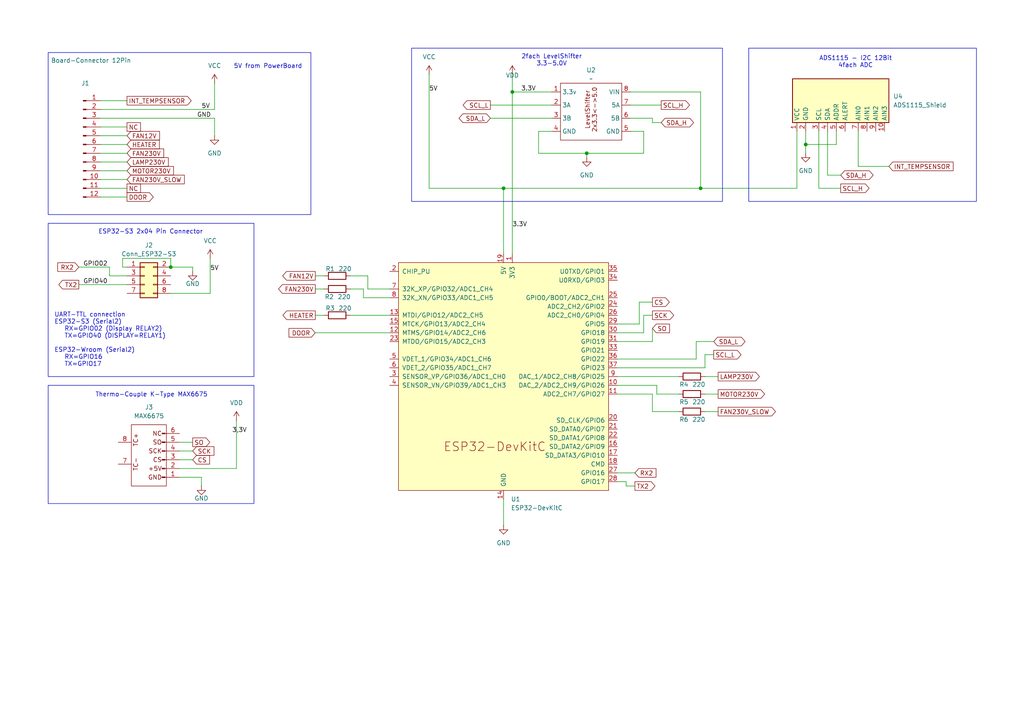
<source format=kicad_sch>
(kicad_sch (version 20250114) (generator "eeschema") (generator_version "9.0")
  (paper "A4")
  (lib_symbols
    (symbol "Connector:Conn_01x12_Pin" (pin_names (offset 1.016) (hide yes))
      (property "Reference" "J" (at 0 15.24 0))
      (property "Value" "Conn_01x12_Pin" (at 0 -17.78 0))
      (symbol "Conn_01x12_Pin_1_1"
        (rectangle (start 0.8636 12.827) (end 0 12.573) (stroke (width 0.1524)) (fill (type outline)))
        (rectangle (start 0.8636 10.287) (end 0 10.033) (stroke (width 0.1524)) (fill (type outline)))
        (rectangle (start 0.8636 7.747) (end 0 7.493) (stroke (width 0.1524)) (fill (type outline)))
        (rectangle (start 0.8636 5.207) (end 0 4.953) (stroke (width 0.1524)) (fill (type outline)))
        (rectangle (start 0.8636 2.667) (end 0 2.413) (stroke (width 0.1524)) (fill (type outline)))
        (rectangle (start 0.8636 0.127) (end 0 -0.127) (stroke (width 0.1524)) (fill (type outline)))
        (rectangle (start 0.8636 -2.413) (end 0 -2.667) (stroke (width 0.1524)) (fill (type outline)))
        (rectangle (start 0.8636 -4.953) (end 0 -5.207) (stroke (width 0.1524)) (fill (type outline)))
        (rectangle (start 0.8636 -7.493) (end 0 -7.747) (stroke (width 0.1524)) (fill (type outline)))
        (rectangle (start 0.8636 -10.033) (end 0 -10.287) (stroke (width 0.1524)) (fill (type outline)))
        (rectangle (start 0.8636 -12.573) (end 0 -12.827) (stroke (width 0.1524)) (fill (type outline)))
        (rectangle (start 0.8636 -15.113) (end 0 -15.367) (stroke (width 0.1524)) (fill (type outline)))
        (polyline (pts (xy 1.27 12.7) (xy 0.8636 12.7)) (stroke (width 0.1524)))
        (polyline (pts (xy 1.27 10.16) (xy 0.8636 10.16)) (stroke (width 0.1524)))
        (polyline (pts (xy 1.27 7.62) (xy 0.8636 7.62)) (stroke (width 0.1524)))
        (polyline (pts (xy 1.27 5.08) (xy 0.8636 5.08)) (stroke (width 0.1524)))
        (polyline (pts (xy 1.27 2.54) (xy 0.8636 2.54)) (stroke (width 0.1524)))
        (polyline (pts (xy 1.27 0) (xy 0.8636 0)) (stroke (width 0.1524)))
        (polyline (pts (xy 1.27 -2.54) (xy 0.8636 -2.54)) (stroke (width 0.1524)))
        (polyline (pts (xy 1.27 -5.08) (xy 0.8636 -5.08)) (stroke (width 0.1524)))
        (polyline (pts (xy 1.27 -7.62) (xy 0.8636 -7.62)) (stroke (width 0.1524)))
        (polyline (pts (xy 1.27 -10.16) (xy 0.8636 -10.16)) (stroke (width 0.1524)))
        (polyline (pts (xy 1.27 -12.7) (xy 0.8636 -12.7)) (stroke (width 0.1524)))
        (polyline (pts (xy 1.27 -15.24) (xy 0.8636 -15.24)) (stroke (width 0.1524)))
        (pin passive line (at 5.08 12.7 180) (length 3.81) (name "Pin_1") (number "1"))
        (pin passive line (at 5.08 10.16 180) (length 3.81) (name "Pin_2") (number "2"))
        (pin passive line (at 5.08 7.62 180) (length 3.81) (name "Pin_3") (number "3"))
        (pin passive line (at 5.08 5.08 180) (length 3.81) (name "Pin_4") (number "4"))
        (pin passive line (at 5.08 2.54 180) (length 3.81) (name "Pin_5") (number "5"))
        (pin passive line (at 5.08 0 180) (length 3.81) (name "Pin_6") (number "6"))
        (pin passive line (at 5.08 -2.54 180) (length 3.81) (name "Pin_7") (number "7"))
        (pin passive line (at 5.08 -5.08 180) (length 3.81) (name "Pin_8") (number "8"))
        (pin passive line (at 5.08 -7.62 180) (length 3.81) (name "Pin_9") (number "9"))
        (pin passive line (at 5.08 -10.16 180) (length 3.81) (name "Pin_10") (number "10"))
        (pin passive line (at 5.08 -12.7 180) (length 3.81) (name "Pin_11") (number "11"))
        (pin passive line (at 5.08 -15.24 180) (length 3.81) (name "Pin_12") (number "12"))
      )
    )
    (symbol "Connector_Generic:Conn_02x04_Odd_Even" (pin_names (offset 1.016) (hide yes))
      (property "Reference" "J" (at 1.27 5.08 0))
      (property "Value" "Conn_02x04_Odd_Even" (at 1.27 -7.62 0))
      (symbol "Conn_02x04_Odd_Even_1_1"
        (rectangle (start -1.27 3.81) (end 3.81 -6.35) (stroke (width 0.254)) (fill (type background)))
        (rectangle (start -1.27 2.667) (end 0 2.413) (stroke (width 0.1524)))
        (rectangle (start -1.27 0.127) (end 0 -0.127) (stroke (width 0.1524)))
        (rectangle (start -1.27 -2.413) (end 0 -2.667) (stroke (width 0.1524)))
        (rectangle (start -1.27 -4.953) (end 0 -5.207) (stroke (width 0.1524)))
        (rectangle (start 3.81 2.667) (end 2.54 2.413) (stroke (width 0.1524)))
        (rectangle (start 3.81 0.127) (end 2.54 -0.127) (stroke (width 0.1524)))
        (rectangle (start 3.81 -2.413) (end 2.54 -2.667) (stroke (width 0.1524)))
        (rectangle (start 3.81 -4.953) (end 2.54 -5.207) (stroke (width 0.1524)))
        (pin passive line (at -5.08 2.54 0) (length 3.81) (name "Pin_1") (number "1"))
        (pin passive line (at -5.08 0 0) (length 3.81) (name "Pin_3") (number "3"))
        (pin passive line (at -5.08 -2.54 0) (length 3.81) (name "Pin_5") (number "5"))
        (pin passive line (at -5.08 -5.08 0) (length 3.81) (name "Pin_7") (number "7"))
        (pin passive line (at 7.62 2.54 180) (length 3.81) (name "Pin_2") (number "2"))
        (pin passive line (at 7.62 0 180) (length 3.81) (name "Pin_4") (number "4"))
        (pin passive line (at 7.62 -2.54 180) (length 3.81) (name "Pin_6") (number "6"))
        (pin passive line (at 7.62 -5.08 180) (length 3.81) (name "Pin_8") (number "8"))
      )
    )
    (symbol "Device:R" (pin_numbers (hide yes)) (pin_names (offset 0))
      (property "Reference" "R" (at 2.032 0 90))
      (property "Value" "R" (at 0 0 90))
      (symbol "R_0_1"
        (rectangle (start -1.016 -2.54) (end 1.016 2.54) (stroke (width 0.254)))
      )
      (symbol "R_1_1"
        (pin passive line (at 0 3.81 270) (length 1.27) (name "~") (number "1"))
        (pin passive line (at 0 -3.81 90) (length 1.27) (name "~") (number "2"))
      )
    )
    (symbol "Logic_LevelTranslator:LevelShifter_2x_3.3-5.0"
      (property "Reference" "U" (at 11.43 -2.54 0))
      (symbol "LevelShifter_2x_3.3-5.0_0_1"
        (rectangle (start 2.54 -3.81) (end 20.32 -20.32))
      )
      (symbol "LevelShifter_2x_3.3-5.0_1_1"
        (text "LevelShifter\n2x3.3<->5.0" (at 11.43 -11.43 900) (effects (font (size 1.27 1.27))))
        (pin power_in line (at 0 -6.35 0) (length 2.54) (name "3.3v") (number "1"))
        (pin bidirectional line (at 0 -10.16 0) (length 2.54) (name "3A") (number "2"))
        (pin bidirectional line (at 0 -13.97 0) (length 2.54) (name "3B") (number "3"))
        (pin passive line (at 0 -17.78 0) (length 2.54) (name "GND") (number "4"))
        (pin power_in line (at 22.86 -6.35 180) (length 2.54) (name "VIN") (number "8"))
        (pin bidirectional line (at 22.86 -10.16 180) (length 2.54) (name "5A") (number "7"))
        (pin bidirectional line (at 22.86 -13.97 180) (length 2.54) (name "5B") (number "6"))
        (pin passive line (at 22.86 -17.78 180) (length 2.54) (name "GND") (number "5"))
      )
    )
    (symbol "PCM_Espressif:ESP32-DevKitC" (pin_names (offset 1.016))
      (property "Reference" "U" (at -30.48 38.1 0))
      (property "Value" "ESP32-DevKitC" (at -30.48 35.56 0))
      (symbol "ESP32-DevKitC_0_0"
        (text "ESP32-DevKitC" (at -2.54 -20.32 0) (effects (font (size 2.54 2.54))))
        (pin power_in line (at 0 35.56 270) (length 2.54) (name "5V") (number "19"))
        (pin power_in line (at 0 -35.56 90) (length 2.54) (name "GND") (number "14"))
      )
      (symbol "ESP32-DevKitC_0_1"
        (rectangle (start -30.48 33.02) (end 30.48 -33.02) (fill (type background)))
      )
      (symbol "ESP32-DevKitC_1_1"
        (pin input line (at -33.02 30.48 0) (length 2.54) (name "CHIP_PU") (number "2"))
        (pin bidirectional line (at -33.02 25.4 0) (length 2.54) (name "32K_XP/GPIO32/ADC1_CH4") (number "7"))
        (pin bidirectional line (at -33.02 22.86 0) (length 2.54) (name "32K_XN/GPIO33/ADC1_CH5") (number "8"))
        (pin bidirectional line (at -33.02 17.78 0) (length 2.54) (name "MTDI/GPIO12/ADC2_CH5") (number "13"))
        (pin bidirectional line (at -33.02 15.24 0) (length 2.54) (name "MTCK/GPIO13/ADC2_CH4") (number "15"))
        (pin bidirectional line (at -33.02 12.7 0) (length 2.54) (name "MTMS/GPIO14/ADC2_CH6") (number "12"))
        (pin bidirectional line (at -33.02 10.16 0) (length 2.54) (name "MTDO/GPIO15/ADC2_CH3") (number "23"))
        (pin input line (at -33.02 5.08 0) (length 2.54) (name "VDET_1/GPIO34/ADC1_CH6") (number "5"))
        (pin input line (at -33.02 2.54 0) (length 2.54) (name "VDET_2/GPIO35/ADC1_CH7") (number "6"))
        (pin input line (at -33.02 0 0) (length 2.54) (name "SENSOR_VP/GPIO36/ADC1_CH0") (number "3"))
        (pin input line (at -33.02 -2.54 0) (length 2.54) (name "SENSOR_VN/GPIO39/ADC1_CH3") (number "4"))
        (pin passive line (at 0 -35.56 90) (length 2.54) (hide yes) (name "GND") (number "32"))
        (pin passive line (at 0 -35.56 90) (length 2.54) (hide yes) (name "GND") (number "38"))
        (pin power_in line (at 2.54 35.56 270) (length 2.54) (name "3V3") (number "1"))
        (pin bidirectional line (at 33.02 30.48 180) (length 2.54) (name "U0TXD/GPIO1") (number "35"))
        (pin bidirectional line (at 33.02 27.94 180) (length 2.54) (name "U0RXD/GPIO3") (number "34"))
        (pin bidirectional line (at 33.02 22.86 180) (length 2.54) (name "GPIO0/BOOT/ADC2_CH1") (number "25"))
        (pin bidirectional line (at 33.02 20.32 180) (length 2.54) (name "ADC2_CH2/GPIO2") (number "24"))
        (pin bidirectional line (at 33.02 17.78 180) (length 2.54) (name "ADC2_CH0/GPIO4") (number "26"))
        (pin bidirectional line (at 33.02 15.24 180) (length 2.54) (name "GPIO5") (number "29"))
        (pin bidirectional line (at 33.02 12.7 180) (length 2.54) (name "GPIO18") (number "30"))
        (pin bidirectional line (at 33.02 10.16 180) (length 2.54) (name "GPIO19") (number "31"))
        (pin bidirectional line (at 33.02 7.62 180) (length 2.54) (name "GPIO21") (number "33"))
        (pin bidirectional line (at 33.02 5.08 180) (length 2.54) (name "GPIO22") (number "36"))
        (pin bidirectional line (at 33.02 2.54 180) (length 2.54) (name "GPIO23") (number "37"))
        (pin bidirectional line (at 33.02 0 180) (length 2.54) (name "DAC_1/ADC2_CH8/GPIO25") (number "9"))
        (pin bidirectional line (at 33.02 -2.54 180) (length 2.54) (name "DAC_2/ADC2_CH9/GPIO26") (number "10"))
        (pin bidirectional line (at 33.02 -5.08 180) (length 2.54) (name "ADC2_CH7/GPIO27") (number "11"))
        (pin bidirectional line (at 33.02 -12.7 180) (length 2.54) (name "SD_CLK/GPIO6") (number "20"))
        (pin bidirectional line (at 33.02 -15.24 180) (length 2.54) (name "SD_DATA0/GPIO7") (number "21"))
        (pin bidirectional line (at 33.02 -17.78 180) (length 2.54) (name "SD_DATA1/GPIO8") (number "22"))
        (pin bidirectional line (at 33.02 -20.32 180) (length 2.54) (name "SD_DATA2/GPIO9") (number "16"))
        (pin bidirectional line (at 33.02 -22.86 180) (length 2.54) (name "SD_DATA3/GPIO10") (number "17"))
        (pin bidirectional line (at 33.02 -25.4 180) (length 2.54) (name "CMD") (number "18"))
        (pin bidirectional line (at 33.02 -27.94 180) (length 2.54) (name "GPIO16") (number "27"))
        (pin bidirectional line (at 33.02 -30.48 180) (length 2.54) (name "GPIO17") (number "28"))
      )
    )
    (symbol "Sensor_Temperature:MAX6675" (pin_names (offset 1.016) (hide yes))
      (property "Reference" "J" (at -3.81 8.89 0))
      (property "Value" "MAX6675" (at -5.08 -1.27 90))
      (symbol "MAX6675_1_1"
        (rectangle (start -8.89 7.62) (end 1.27 -10.16))
        (rectangle (start 0.8636 4.953) (end 0 5.207) (stroke (width 0.1524)) (fill (type outline)))
        (rectangle (start 0.8636 2.413) (end 0 2.667) (stroke (width 0.1524)) (fill (type outline)))
        (rectangle (start 0.8636 -0.127) (end 0 0.127) (stroke (width 0.1524)) (fill (type outline)))
        (rectangle (start 0.8636 -2.667) (end 0 -2.413) (stroke (width 0.1524)) (fill (type outline)))
        (rectangle (start 0.8636 -5.207) (end 0 -4.953) (stroke (width 0.1524)) (fill (type outline)))
        (rectangle (start 0.8636 -7.747) (end 0 -7.493) (stroke (width 0.1524)) (fill (type outline)))
        (polyline (pts (xy 1.27 5.08) (xy 0.8636 5.08)) (stroke (width 0.1524)))
        (polyline (pts (xy 1.27 2.54) (xy 0.8636 2.54)) (stroke (width 0.1524)))
        (polyline (pts (xy 1.27 0) (xy 0.8636 0)) (stroke (width 0.1524)))
        (polyline (pts (xy 1.27 -2.54) (xy 0.8636 -2.54)) (stroke (width 0.1524)))
        (polyline (pts (xy 1.27 -5.08) (xy 0.8636 -5.08)) (stroke (width 0.1524)))
        (polyline (pts (xy 1.27 -7.62) (xy 0.8636 -7.62)) (stroke (width 0.1524)))
        (text "TC+" (at -7.62 1.27 900) (effects (font (size 1.27 1.27)) (justify left)))
        (text "TC-" (at -7.62 -3.81 900) (effects (font (size 1.27 1.27))))
        (text "NC" (at 0 5.08 0) (effects (font (size 1.27 1.27)) (justify right)))
        (text "SO" (at 0 2.54 0) (effects (font (size 1.27 1.27)) (justify right)))
        (text "SCK" (at 0 0 0) (effects (font (size 1.27 1.27)) (justify right)))
        (text "CS" (at 0 -2.54 0) (effects (font (size 1.27 1.27)) (justify right)))
        (text "+5V" (at 0 -5.08 0) (effects (font (size 1.27 1.27)) (justify right)))
        (text "GND" (at 0 -7.62 0) (effects (font (size 1.27 1.27)) (justify right)))
        (pin passive line (at -12.7 2.54 0) (length 3.81) (name "TC+") (number "8"))
        (pin passive line (at -12.7 -3.81 0) (length 3.81) (name "TC-") (number "7"))
        (pin free line (at 5.08 5.08 180) (length 3.81) (name "NC") (number "6"))
        (pin passive line (at 5.08 2.54 180) (length 3.81) (name "SO") (number "5"))
        (pin passive line (at 5.08 0 180) (length 3.81) (name "SCK") (number "4"))
        (pin passive line (at 5.08 -2.54 180) (length 3.81) (name "CS") (number "3"))
        (pin power_in line (at 5.08 -5.08 180) (length 3.81) (name "+5V") (number "2"))
        (pin passive line (at 5.08 -7.62 180) (length 3.81) (name "GND") (number "1"))
      )
    )
    (symbol "Sensor_Voltage:ADC1115_Shield2"
      (property "Reference" "U" (at 0 8.89 0))
      (property "Value" "ADC1115_Shield" (at 0 3.81 0))
      (symbol "ADC1115_Shield2_0_1"
        (rectangle (start -12.7 7.62) (end 15.24 -5.08) (stroke (width 0.254)) (fill (type background)))
      )
      (symbol "ADC1115_Shield2_1_1"
        (pin power_in line (at -11.43 -7.62 90) (length 2.54) (name "VCC") (number "1"))
        (pin passive line (at -8.89 -7.62 90) (length 2.54) (name "GND") (number "2"))
        (pin input line (at -5.08 -7.62 90) (length 2.54) (name "SCL") (number "3"))
        (pin bidirectional line (at -2.54 -7.62 90) (length 2.54) (name "SDA") (number "4"))
        (pin input line (at 0 -7.62 90) (length 2.54) (name "ADDR") (number "5"))
        (pin output line (at 2.54 -7.62 90) (length 2.54) (name "ALERT") (number "6"))
        (pin input line (at 6.35 -7.62 90) (length 2.54) (name "AIN0") (number "7"))
        (pin input line (at 8.89 -7.62 90) (length 2.54) (name "AIN1") (number "8"))
        (pin input line (at 11.43 -7.62 90) (length 2.54) (name "AIN2") (number "9"))
        (pin input line (at 13.97 -7.62 90) (length 2.54) (name "AIN3") (number "10"))
      )
    )
    (symbol "power:GND" (power) (pin_numbers (hide yes)) (pin_names (offset 0) (hide yes))
      (property "Value" "GND" (at 0 -3.81 0))
      (symbol "GND_0_1"
        (polyline (pts (xy 0 0) (xy 0 -1.27) (xy 1.27 -1.27) (xy 0 -2.54) (xy -1.27 -1.27) (xy 0 -1.27)))
      )
      (symbol "GND_1_1"
        (pin power_in line (at 0 0 270) (length 0) (name "~") (number "1"))
      )
    )
    (symbol "power:VCC" (power) (pin_numbers (hide yes)) (pin_names (offset 0) (hide yes))
      (property "Value" "VCC" (at 0 3.556 0))
      (symbol "VCC_0_1"
        (polyline (pts (xy -0.762 1.27) (xy 0 2.54)))
        (polyline (pts (xy 0 2.54) (xy 0.762 1.27)))
        (polyline (pts (xy 0 0) (xy 0 2.54)))
      )
      (symbol "VCC_1_1"
        (pin power_in line (at 0 0 90) (length 0) (name "~") (number "1"))
      )
    )
    (symbol "power:VDD" (power) (pin_numbers (hide yes)) (pin_names (offset 0) (hide yes))
      (property "Value" "VDD" (at 0 3.556 0))
      (symbol "VDD_0_1"
        (polyline (pts (xy -0.762 1.27) (xy 0 2.54)))
        (polyline (pts (xy 0 2.54) (xy 0.762 1.27)))
        (polyline (pts (xy 0 0) (xy 0 2.54)))
      )
      (symbol "VDD_1_1"
        (pin power_in line (at 0 0 90) (length 0) (name "~") (number "1"))
      )
    )
  )
  (rectangle (start 217.17 13.97) (end 283.21 58.42))
  (rectangle (start 13.97 64.77) (end 73.66 109.22))
  (rectangle (start 13.97 111.76) (end 73.66 146.05))
  (rectangle (start 13.97 15.24) (end 90.17 62.23))
  (rectangle (start 119.38 13.97) (end 209.55 58.42))
  (text "UART-TTL connection\nESP32-S3 (Serial2)\n   RX=GPIO02 (Display RELAY2)\n   TX=GPIO40 (DISPLAY=RELAY1)\n\nESP32-Wroom (Serial2)\n   RX=GPIO16\n   TX=GPIO17" (at 15.748 98.552 0) (effects (font (size 1.27 1.27)) (justify left)))
  (text "Thermo-Couple K-Type MAX6675\n" (at 43.942 114.554 0) (effects (font (size 1.27 1.27))))
  (text "ESP32-S3 2x04 Pin Connector" (at 43.688 67.31 0) (effects (font (size 1.27 1.27))))
  (text "5V from PowerBoard" (at 77.724 19.304 0) (effects (font (size 1.27 1.27))))
  (text "2fach LevelShifter\n3.3-5.0V" (at 160.02 17.526 0) (effects (font (size 1.27 1.27))))
  (text "ADS1115 - I2C 12Bit\n4fach ADC" (at 248.158 18.034 0) (effects (font (size 1.27 1.27))))
  (junction (at 203.2 54.61))
  (junction (at 49.53 77.47))
  (junction (at 148.59 26.67))
  (junction (at 146.05 54.61))
  (junction (at 233.68 41.91))
  (junction (at 170.18 44.45))
  (wire (pts (xy 55.88 77.47) (xy 55.88 78.74)))
  (wire (pts (xy 185.42 93.98) (xy 185.42 87.63)))
  (wire (pts (xy 182.88 26.67) (xy 203.2 26.67)))
  (wire (pts (xy 29.21 41.91) (xy 36.83 41.91)))
  (wire (pts (xy 146.05 54.61) (xy 146.05 73.66)))
  (wire (pts (xy 240.03 38.1) (xy 240.03 50.8)))
  (wire (pts (xy 186.69 96.52) (xy 179.07 96.52)))
  (wire (pts (xy 190.5 111.76) (xy 190.5 114.3)))
  (wire (pts (xy 186.69 38.1) (xy 186.69 44.45)))
  (wire (pts (xy 190.5 111.76) (xy 179.07 111.76)))
  (wire (pts (xy 22.86 77.47) (xy 31.75 77.47)))
  (wire (pts (xy 156.21 44.45) (xy 170.18 44.45)))
  (wire (pts (xy 179.07 137.16) (xy 184.15 137.16)))
  (wire (pts (xy 52.07 135.89) (xy 68.58 135.89)))
  (wire (pts (xy 91.44 96.52) (xy 113.03 96.52)))
  (wire (pts (xy 146.05 54.61) (xy 203.2 54.61)))
  (wire (pts (xy 106.68 80.01) (xy 106.68 83.82)))
  (wire (pts (xy 29.21 34.29) (xy 62.23 34.29)))
  (wire (pts (xy 142.24 30.48) (xy 160.02 30.48)))
  (wire (pts (xy 242.57 38.1) (xy 242.57 41.91)))
  (wire (pts (xy 101.6 83.82) (xy 105.41 83.82)))
  (wire (pts (xy 204.47 102.87) (xy 207.01 102.87)))
  (wire (pts (xy 189.23 95.25) (xy 189.23 99.06)))
  (wire (pts (xy 68.58 135.89) (xy 68.58 121.92)))
  (wire (pts (xy 179.07 109.22) (xy 196.85 109.22)))
  (wire (pts (xy 189.23 114.3) (xy 179.07 114.3)))
  (wire (pts (xy 35.56 74.93) (xy 35.56 77.47)))
  (wire (pts (xy 91.44 83.82) (xy 93.98 83.82)))
  (wire (pts (xy 62.23 34.29) (xy 62.23 39.37)))
  (wire (pts (xy 62.23 24.13) (xy 62.23 31.75)))
  (wire (pts (xy 182.88 34.29) (xy 189.23 34.29)))
  (wire (pts (xy 248.92 38.1) (xy 248.92 48.26)))
  (wire (pts (xy 22.86 82.55) (xy 36.83 82.55)))
  (wire (pts (xy 52.07 128.27) (xy 55.88 128.27)))
  (wire (pts (xy 29.21 46.99) (xy 36.83 46.99)))
  (wire (pts (xy 181.61 139.7) (xy 181.61 140.97)))
  (wire (pts (xy 204.47 114.3) (xy 208.28 114.3)))
  (wire (pts (xy 204.47 109.22) (xy 208.28 109.22)))
  (wire (pts (xy 186.69 44.45) (xy 170.18 44.45)))
  (wire (pts (xy 29.21 29.21) (xy 36.83 29.21)))
  (wire (pts (xy 58.42 138.43) (xy 58.42 140.97)))
  (wire (pts (xy 36.83 77.47) (xy 35.56 77.47)))
  (wire (pts (xy 189.23 114.3) (xy 189.23 119.38)))
  (wire (pts (xy 60.96 74.93) (xy 60.96 85.09)))
  (wire (pts (xy 52.07 130.81) (xy 55.88 130.81)))
  (wire (pts (xy 181.61 140.97) (xy 184.15 140.97)))
  (wire (pts (xy 29.21 54.61) (xy 36.83 54.61)))
  (wire (pts (xy 189.23 34.29) (xy 189.23 35.56)))
  (wire (pts (xy 148.59 21.59) (xy 148.59 26.67)))
  (wire (pts (xy 160.02 38.1) (xy 156.21 38.1)))
  (wire (pts (xy 204.47 119.38) (xy 208.28 119.38)))
  (wire (pts (xy 196.85 114.3) (xy 190.5 114.3)))
  (wire (pts (xy 49.53 77.47) (xy 49.53 74.93)))
  (wire (pts (xy 196.85 119.38) (xy 189.23 119.38)))
  (wire (pts (xy 233.68 44.45) (xy 233.68 41.91)))
  (wire (pts (xy 91.44 91.44) (xy 93.98 91.44)))
  (wire (pts (xy 233.68 41.91) (xy 242.57 41.91)))
  (wire (pts (xy 237.49 54.61) (xy 237.49 38.1)))
  (wire (pts (xy 207.01 99.06) (xy 201.93 99.06)))
  (wire (pts (xy 203.2 26.67) (xy 203.2 54.61)))
  (wire (pts (xy 29.21 44.45) (xy 36.83 44.45)))
  (wire (pts (xy 31.75 80.01) (xy 36.83 80.01)))
  (wire (pts (xy 29.21 57.15) (xy 36.83 57.15)))
  (wire (pts (xy 124.46 54.61) (xy 146.05 54.61)))
  (wire (pts (xy 231.14 38.1) (xy 231.14 54.61)))
  (wire (pts (xy 182.88 38.1) (xy 186.69 38.1)))
  (wire (pts (xy 189.23 35.56) (xy 191.77 35.56)))
  (wire (pts (xy 248.92 48.26) (xy 257.81 48.26)))
  (wire (pts (xy 148.59 26.67) (xy 148.59 73.66)))
  (wire (pts (xy 179.07 106.68) (xy 204.47 106.68)))
  (wire (pts (xy 35.56 74.93) (xy 49.53 74.93)))
  (wire (pts (xy 186.69 91.44) (xy 186.69 96.52)))
  (wire (pts (xy 91.44 80.01) (xy 93.98 80.01)))
  (wire (pts (xy 185.42 87.63) (xy 189.23 87.63)))
  (wire (pts (xy 105.41 86.36) (xy 113.03 86.36)))
  (wire (pts (xy 31.75 77.47) (xy 31.75 80.01)))
  (wire (pts (xy 105.41 83.82) (xy 105.41 86.36)))
  (wire (pts (xy 142.24 34.29) (xy 160.02 34.29)))
  (wire (pts (xy 52.07 133.35) (xy 55.88 133.35)))
  (wire (pts (xy 240.03 50.8) (xy 243.84 50.8)))
  (wire (pts (xy 29.21 39.37) (xy 36.83 39.37)))
  (wire (pts (xy 52.07 138.43) (xy 58.42 138.43)))
  (wire (pts (xy 204.47 106.68) (xy 204.47 102.87)))
  (wire (pts (xy 189.23 99.06) (xy 179.07 99.06)))
  (wire (pts (xy 124.46 21.59) (xy 124.46 54.61)))
  (wire (pts (xy 29.21 36.83) (xy 36.83 36.83)))
  (wire (pts (xy 101.6 91.44) (xy 113.03 91.44)))
  (wire (pts (xy 101.6 80.01) (xy 106.68 80.01)))
  (wire (pts (xy 186.69 91.44) (xy 189.23 91.44)))
  (wire (pts (xy 203.2 54.61) (xy 231.14 54.61)))
  (wire (pts (xy 106.68 83.82) (xy 113.03 83.82)))
  (wire (pts (xy 49.53 77.47) (xy 55.88 77.47)))
  (wire (pts (xy 29.21 31.75) (xy 62.23 31.75)))
  (wire (pts (xy 148.59 26.67) (xy 160.02 26.67)))
  (wire (pts (xy 29.21 52.07) (xy 36.83 52.07)))
  (wire (pts (xy 49.53 85.09) (xy 60.96 85.09)))
  (wire (pts (xy 182.88 30.48) (xy 191.77 30.48)))
  (wire (pts (xy 233.68 41.91) (xy 233.68 38.1)))
  (wire (pts (xy 170.18 44.45) (xy 170.18 45.72)))
  (wire (pts (xy 201.93 104.14) (xy 179.07 104.14)))
  (wire (pts (xy 243.84 54.61) (xy 237.49 54.61)))
  (wire (pts (xy 156.21 38.1) (xy 156.21 44.45)))
  (wire (pts (xy 201.93 99.06) (xy 201.93 104.14)))
  (wire (pts (xy 29.21 49.53) (xy 36.83 49.53)))
  (wire (pts (xy 146.05 144.78) (xy 146.05 152.4)))
  (wire (pts (xy 179.07 93.98) (xy 185.42 93.98)))
  (wire (pts (xy 179.07 139.7) (xy 181.61 139.7)))
  (label "GPIO40" (at 24.13 82.55 0))
  (label "5V" (at 58.42 31.75 0))
  (label "3.3V" (at 151.13 26.67 0))
  (label "GND" (at 57.15 34.29 0))
  (label "5V" (at 60.96 78.74 0))
  (label "GPIO02" (at 24.13 77.47 0))
  (label "3,3V" (at 67.31 125.73 0))
  (label "5V" (at 124.46 26.67 0))
  (label "3.3V" (at 148.59 66.04 0))
  (global_label "HEATER" (shape output) (at 91.44 91.44 180) (property "Intersheetrefs" "${INTERSHEET_REFS}" (effects (hide yes))))
  (global_label "DOOR" (shape output) (at 36.83 57.15 0) (property "Intersheetrefs" "${INTERSHEET_REFS}" (effects (hide yes))))
  (global_label "SCK" (shape output) (at 189.23 91.44 0) (property "Intersheetrefs" "${INTERSHEET_REFS}" (effects (hide yes))))
  (global_label "FAN12V" (shape input) (at 36.83 39.37 0) (property "Intersheetrefs" "${INTERSHEET_REFS}" (effects (hide yes))))
  (global_label "CS" (shape input) (at 55.88 133.35 0) (property "Intersheetrefs" "${INTERSHEET_REFS}" (effects (hide yes))))
  (global_label "LAMP230V" (shape output) (at 208.28 109.22 0) (property "Intersheetrefs" "${INTERSHEET_REFS}" (effects (hide yes))))
  (global_label "NC" (shape passive) (at 36.83 36.83 0) (property "Intersheetrefs" "${INTERSHEET_REFS}" (effects (hide yes))))
  (global_label "DOOR" (shape input) (at 91.44 96.52 180) (property "Intersheetrefs" "${INTERSHEET_REFS}" (effects (hide yes))))
  (global_label "FAN230V" (shape input) (at 36.83 44.45 0) (property "Intersheetrefs" "${INTERSHEET_REFS}" (effects (hide yes))))
  (global_label "SDA_L" (shape bidirectional) (at 142.24 34.29 180) (property "Intersheetrefs" "${INTERSHEET_REFS}" (effects (hide yes))))
  (global_label "HEATER" (shape input) (at 36.83 41.91 0) (property "Intersheetrefs" "${INTERSHEET_REFS}" (effects (hide yes))))
  (global_label "CS" (shape output) (at 189.23 87.63 0) (property "Intersheetrefs" "${INTERSHEET_REFS}" (effects (hide yes))))
  (global_label "TX2" (shape output) (at 22.86 82.55 180) (property "Intersheetrefs" "${INTERSHEET_REFS}" (effects (hide yes))))
  (global_label "SCL_H" (shape output) (at 191.77 30.48 0) (property "Intersheetrefs" "${INTERSHEET_REFS}" (effects (hide yes))))
  (global_label "SO" (shape output) (at 55.88 128.27 0) (property "Intersheetrefs" "${INTERSHEET_REFS}" (effects (hide yes))))
  (global_label "SCK" (shape input) (at 55.88 130.81 0) (property "Intersheetrefs" "${INTERSHEET_REFS}" (effects (hide yes))))
  (global_label "TX2" (shape output) (at 184.15 140.97 0) (property "Intersheetrefs" "${INTERSHEET_REFS}" (effects (hide yes))))
  (global_label "INT_TEMPSENSOR" (shape output) (at 36.83 29.21 0) (property "Intersheetrefs" "${INTERSHEET_REFS}" (effects (hide yes))))
  (global_label "SDA_L" (shape bidirectional) (at 207.01 99.06 0) (property "Intersheetrefs" "${INTERSHEET_REFS}" (effects (hide yes))))
  (global_label "SCL_L" (shape output) (at 207.01 102.87 0) (property "Intersheetrefs" "${INTERSHEET_REFS}" (effects (hide yes))))
  (global_label "FAN230V" (shape output) (at 91.44 83.82 180) (property "Intersheetrefs" "${INTERSHEET_REFS}" (effects (hide yes))))
  (global_label "MOTOR230V" (shape input) (at 36.83 49.53 0) (property "Intersheetrefs" "${INTERSHEET_REFS}" (effects (hide yes))))
  (global_label "LAMP230V" (shape input) (at 36.83 46.99 0) (property "Intersheetrefs" "${INTERSHEET_REFS}" (effects (hide yes))))
  (global_label "SCL_H" (shape output) (at 243.84 54.61 0) (property "Intersheetrefs" "${INTERSHEET_REFS}" (effects (hide yes))))
  (global_label "FAN12V" (shape output) (at 91.44 80.01 180) (property "Intersheetrefs" "${INTERSHEET_REFS}" (effects (hide yes))))
  (global_label "SCL_L" (shape output) (at 142.24 30.48 180) (property "Intersheetrefs" "${INTERSHEET_REFS}" (effects (hide yes))))
  (global_label "RX2" (shape input) (at 184.15 137.16 0) (property "Intersheetrefs" "${INTERSHEET_REFS}" (effects (hide yes))))
  (global_label "RX2" (shape input) (at 22.86 77.47 180) (property "Intersheetrefs" "${INTERSHEET_REFS}" (effects (hide yes))))
  (global_label "SO" (shape input) (at 189.23 95.25 0) (property "Intersheetrefs" "${INTERSHEET_REFS}" (effects (hide yes))))
  (global_label "INT_TEMPSENSOR" (shape input) (at 257.81 48.26 0) (property "Intersheetrefs" "${INTERSHEET_REFS}" (effects (hide yes))))
  (global_label "FAN230V_SLOW" (shape output) (at 208.28 119.38 0) (property "Intersheetrefs" "${INTERSHEET_REFS}" (effects (hide yes))))
  (global_label "SDA_H" (shape bidirectional) (at 191.77 35.56 0) (property "Intersheetrefs" "${INTERSHEET_REFS}" (effects (hide yes))))
  (global_label "MOTOR230V" (shape output) (at 208.28 114.3 0) (property "Intersheetrefs" "${INTERSHEET_REFS}" (effects (hide yes))))
  (global_label "NC" (shape passive) (at 36.83 54.61 0) (property "Intersheetrefs" "${INTERSHEET_REFS}" (effects (hide yes))))
  (global_label "FAN230V_SLOW" (shape input) (at 36.83 52.07 0) (property "Intersheetrefs" "${INTERSHEET_REFS}" (effects (hide yes))))
  (global_label "SDA_H" (shape bidirectional) (at 243.84 50.8 0) (property "Intersheetrefs" "${INTERSHEET_REFS}" (effects (hide yes))))
  (symbol (lib_id "Device:R") (at 200.66 109.22 90) (unit 1)
    (property "Reference" "R4" (at 198.374 111.506 90))
    (property "Value" "220" (at 202.692 111.506 90))
    (property "Footprint" "Resistor_SMD:R_1206_3216Metric" (effects (hide yes)))
    (property "Description" "Resistor" (effects (hide yes)))
  )
  (symbol (lib_id "Device:R") (at 97.79 83.82 90) (unit 1)
    (property "Reference" "R2" (at 95.504 86.106 90))
    (property "Value" "220" (at 99.822 86.106 90))
    (property "Footprint" "Resistor_SMD:R_1206_3216Metric" (effects (hide yes)))
    (property "Description" "Resistor" (effects (hide yes)))
  )
  (symbol (lib_id "PCM_Espressif:ESP32-DevKitC") (at 146.05 109.22 0) (unit 1)
    (property "Reference" "U1" (at 148.1933 144.78 0) (effects (justify left)))
    (property "Value" "ESP32-DevKitC" (at 148.1933 147.32 0) (effects (justify left)))
    (property "Footprint" "PCM_Espressif:ESP32-DevKitC" (effects (hide yes)))
    (property "Datasheet" "https://docs.espressif.com/projects/esp-idf/zh_CN/latest/esp32/hw-reference/esp32/get-started-devkitc.html" (effects (hide yes)))
    (property "Description" "Development Kit" (effects (hide yes)))
  )
  (symbol (lib_id "Device:R") (at 97.79 80.01 90) (unit 1)
    (property "Reference" "R1" (at 95.758 77.978 90))
    (property "Value" "220" (at 100.076 77.978 90))
    (property "Footprint" "Resistor_SMD:R_1206_3216Metric" (effects (hide yes)))
    (property "Description" "Resistor" (effects (hide yes)))
  )
  (symbol (lib_id "Logic_LevelTranslator:LevelShifter_2x_3.3-5.0") (at 160.02 20.32 0) (unit 1)
    (property "Reference" "U2" (at 171.45 20.32 0))
    (property "Value" "~" (at 171.45 22.86 0))
    (property "Footprint" "Connector_Pin:LevelShifter_8pin_12.7mm" (effects (hide yes)))
    (property "Description" "einfacher Levelshifter 3.3v auf 5v (Amazon)" (effects (hide yes)))
  )
  (symbol (lib_id "power:GND") (at 58.42 140.97 0) (unit 1)
    (property "Reference" "#PWR02" (effects (hide yes)))
    (property "Value" "GND" (at 58.42 144.526 0))
    (property "Description" "Power symbol creates a global label with name \"GND\" , ground" (effects (hide yes)))
  )
  (symbol (lib_id "power:GND") (at 233.68 44.45 0) (unit 1)
    (property "Reference" "#PWR011" (effects (hide yes)))
    (property "Value" "GND" (at 233.68 49.53 0))
    (property "Description" "Power symbol creates a global label with name \"GND\" , ground" (effects (hide yes)))
  )
  (symbol (lib_id "Device:R") (at 97.79 91.44 90) (unit 1)
    (property "Reference" "R3" (at 95.758 89.408 90))
    (property "Value" "220" (at 100.076 89.408 90))
    (property "Footprint" "Resistor_SMD:R_1206_3216Metric" (effects (hide yes)))
    (property "Description" "Resistor" (effects (hide yes)))
  )
  (symbol (lib_id "power:VCC") (at 60.96 74.93 0) (unit 1)
    (property "Reference" "#PWR03" (effects (hide yes)))
    (property "Value" "VCC" (at 60.96 69.85 0))
    (property "Description" "Power symbol creates a global label with name \"VCC\"" (effects (hide yes)))
  )
  (symbol (lib_id "power:VDD") (at 148.59 21.59 0) (unit 1)
    (property "Reference" "#PWR09" (effects (hide yes)))
    (property "Value" "VDD" (at 148.59 21.844 0))
    (property "Description" "Power symbol creates a global label with name \"VDD\"" (effects (hide yes)))
  )
  (symbol (lib_id "power:GND") (at 62.23 39.37 0) (unit 1)
    (property "Reference" "#PWR05" (effects (hide yes)))
    (property "Value" "GND" (at 62.23 44.45 0))
    (property "Description" "Power symbol creates a global label with name \"GND\" , ground" (effects (hide yes)))
  )
  (symbol (lib_id "Connector:Conn_01x12_Pin") (at 24.13 41.91 0) (unit 1)
    (property "Reference" "J1" (at 24.765 24.13 0))
    (property "Value" "Board-Connector 12Pin" (at 26.416 17.526 0))
    (property "Footprint" "Connector_PinHeader_2.54mm:PinHeader_1x12_P2.54mm_Vertical" (effects (hide yes)))
    (property "Description" "Generic connector, single row, 01x12, script generated" (effects (hide yes)))
  )
  (symbol (lib_id "power:VDD") (at 68.58 121.92 0) (unit 1)
    (property "Reference" "#PWR06" (effects (hide yes)))
    (property "Value" "VDD" (at 68.58 116.84 0))
    (property "Description" "Power symbol creates a global label with name \"VDD\"" (effects (hide yes)))
  )
  (symbol (lib_id "Connector_Generic:Conn_02x04_Odd_Even") (at 41.91 80.01 0) (unit 1)
    (property "Reference" "J2" (at 43.18 71.12 0))
    (property "Value" "Conn_ESP32-S3" (at 43.18 73.66 0))
    (property "Footprint" "Connector_PinHeader_2.54mm:PinHeader_2x04_P2.54mm_Vertical" (effects (hide yes)))
    (property "Description" "Generic connector, double row, 02x04, odd/even pin numbering scheme (row 1 odd numbers, row 2 even numbers), script generated (kicad-library-utils/schlib/autogen/connector/)" (effects (hide yes)))
  )
  (symbol (lib_id "power:VCC") (at 62.23 24.13 0) (unit 1)
    (property "Reference" "#PWR04" (effects (hide yes)))
    (property "Value" "VCC" (at 62.23 19.05 0))
    (property "Description" "Power symbol creates a global label with name \"VCC\"" (effects (hide yes)))
  )
  (symbol (lib_id "Sensor_Voltage:ADC1115_Shield2") (at 242.57 30.48 0) (unit 1)
    (property "Reference" "U4" (at 259.08 27.9399 0) (effects (justify left)))
    (property "Value" "ADS1115_Shield" (at 259.08 30.4799 0) (effects (justify left)))
    (property "Footprint" "Connector_PinHeader_2.54mm:PinHeader_1x10_P2.54mm_Vertical" (effects (hide yes)))
  )
  (symbol (lib_id "power:GND") (at 55.88 78.74 0) (unit 1)
    (property "Reference" "#PWR01" (effects (hide yes)))
    (property "Value" "GND" (at 55.88 82.296 0))
    (property "Description" "Power symbol creates a global label with name \"GND\" , ground" (effects (hide yes)))
  )
  (symbol (lib_id "power:GND") (at 170.18 45.72 0) (unit 1)
    (property "Reference" "#PWR010" (effects (hide yes)))
    (property "Value" "GND" (at 170.18 50.8 0))
    (property "Description" "Power symbol creates a global label with name \"GND\" , ground" (effects (hide yes)))
  )
  (symbol (lib_id "power:GND") (at 146.05 152.4 0) (unit 1)
    (property "Reference" "#PWR08" (effects (hide yes)))
    (property "Value" "GND" (at 146.05 157.48 0))
    (property "Description" "Power symbol creates a global label with name \"GND\" , ground" (effects (hide yes)))
  )
  (symbol (lib_id "Device:R") (at 200.66 119.38 90) (unit 1)
    (property "Reference" "R6" (at 198.374 121.666 90))
    (property "Value" "220" (at 202.692 121.666 90))
    (property "Footprint" "Resistor_SMD:R_1206_3216Metric" (effects (hide yes)))
    (property "Description" "Resistor" (effects (hide yes)))
  )
  (symbol (lib_id "Sensor_Temperature:MAX6675") (at 46.99 130.81 0) (unit 1)
    (property "Reference" "J3" (at 43.2181 118.11 0))
    (property "Value" "MAX6675" (at 43.2181 120.65 0))
    (property "Footprint" "Connector_PinHeader_2.54mm:PinHeader_1x06_P2.54mm_Vertical" (effects (hide yes)))
    (property "Description" "Generic connector, single row, 01x06, script generated" (effects (hide yes)))
  )
  (symbol (lib_id "Device:R") (at 200.66 114.3 90) (unit 1)
    (property "Reference" "R5" (at 198.374 116.586 90))
    (property "Value" "220" (at 202.692 116.586 90))
    (property "Footprint" "Resistor_SMD:R_1206_3216Metric" (effects (hide yes)))
    (property "Description" "Resistor" (effects (hide yes)))
  )
  (symbol (lib_id "power:VCC") (at 124.46 21.59 0) (unit 1)
    (property "Reference" "#PWR07" (effects (hide yes)))
    (property "Value" "VCC" (at 124.46 16.51 0))
    (property "Description" "Power symbol creates a global label with name \"VCC\"" (effects (hide yes)))
  )
)
</source>
